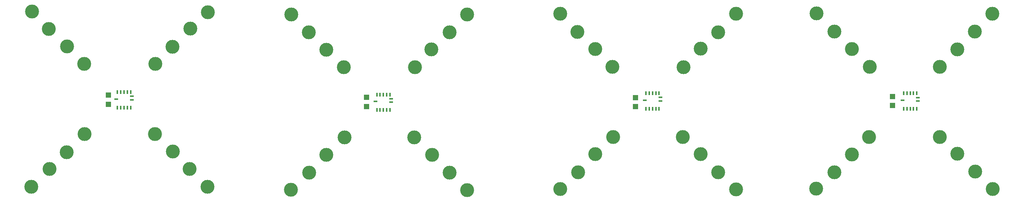
<source format=gbr>
G04 #@! TF.FileFunction,Paste,Bot*
%FSLAX46Y46*%
G04 Gerber Fmt 4.6, Leading zero omitted, Abs format (unit mm)*
G04 Created by KiCad (PCBNEW 4.0.6) date 05/08/17 07:22:45*
%MOMM*%
%LPD*%
G01*
G04 APERTURE LIST*
%ADD10C,0.100000*%
%ADD11R,1.200000X1.200000*%
%ADD12C,2.540000*%
%ADD13C,3.175000*%
%ADD14R,0.350000X0.805000*%
%ADD15R,0.805000X0.400000*%
G04 APERTURE END LIST*
D10*
D11*
X234985500Y-104039900D03*
X234985500Y-106139900D03*
X176540100Y-104293900D03*
X176540100Y-106393900D03*
X115395100Y-104222900D03*
X115395100Y-106322900D03*
X56769300Y-103720300D03*
X56769300Y-105820300D03*
D12*
X225707100Y-117285900D03*
D13*
X225707100Y-117285900D03*
D12*
X249703100Y-117110900D03*
D13*
X249703100Y-117110900D03*
D12*
X249700100Y-93294900D03*
D13*
X249700100Y-93294900D03*
D12*
X225779100Y-93237900D03*
D13*
X225779100Y-93237900D03*
D12*
X245730100Y-113257900D03*
D13*
X245730100Y-113257900D03*
D12*
X229670100Y-113285900D03*
D13*
X229670100Y-113285900D03*
D12*
X245697100Y-97322900D03*
D13*
X245697100Y-97322900D03*
D12*
X229771100Y-97283900D03*
D13*
X229771100Y-97283900D03*
D12*
X257755100Y-125137900D03*
D13*
X257755100Y-125137900D03*
D12*
X217629100Y-125047900D03*
D13*
X217629100Y-125047900D03*
D12*
X257669100Y-85165900D03*
D13*
X257669100Y-85165900D03*
D12*
X217680100Y-85114900D03*
D13*
X217680100Y-85114900D03*
D12*
X253761100Y-121206900D03*
D13*
X253761100Y-121206900D03*
D12*
X221799100Y-121302900D03*
D13*
X221799100Y-121302900D03*
D12*
X253667100Y-89292900D03*
D13*
X253667100Y-89292900D03*
D12*
X221779100Y-89231900D03*
D13*
X221779100Y-89231900D03*
D12*
X191385100Y-93155900D03*
D13*
X191385100Y-93155900D03*
D12*
X167376100Y-117190900D03*
D13*
X167376100Y-117190900D03*
D12*
X171471100Y-113312900D03*
D13*
X171471100Y-113312900D03*
D12*
X187502100Y-97344900D03*
D13*
X187502100Y-97344900D03*
D12*
X199393100Y-85154900D03*
D13*
X199393100Y-85154900D03*
D12*
X159426100Y-125149900D03*
D13*
X159426100Y-125149900D03*
D12*
X195380100Y-89398900D03*
D13*
X195380100Y-89398900D03*
D12*
X163489100Y-121348900D03*
D13*
X163489100Y-121348900D03*
D12*
X130325100Y-117333900D03*
D13*
X130325100Y-117333900D03*
D12*
X106321100Y-117338900D03*
D13*
X106321100Y-117338900D03*
D12*
X130194100Y-93289900D03*
D13*
X130194100Y-93289900D03*
D12*
X106259100Y-93409900D03*
D13*
X106259100Y-93409900D03*
D12*
X126306100Y-113411900D03*
D13*
X126306100Y-113411900D03*
D12*
X110398100Y-113399900D03*
D13*
X110398100Y-113399900D03*
D12*
X126394100Y-97417900D03*
D13*
X126394100Y-97417900D03*
D12*
X110263100Y-97419900D03*
D13*
X110263100Y-97419900D03*
D12*
X138327100Y-125426900D03*
D13*
X138327100Y-125426900D03*
D12*
X98266100Y-125325900D03*
D13*
X98266100Y-125325900D03*
D12*
X138258100Y-85326900D03*
D13*
X138258100Y-85326900D03*
D12*
X98363100Y-85358900D03*
D13*
X98363100Y-85358900D03*
D12*
X134288100Y-121406900D03*
D13*
X134288100Y-121406900D03*
D12*
X102400100Y-121407900D03*
D13*
X102400100Y-121407900D03*
D12*
X134339100Y-89424900D03*
D13*
X134339100Y-89424900D03*
D12*
X102272100Y-89399900D03*
D13*
X102272100Y-89399900D03*
D12*
X71401300Y-116571300D03*
D13*
X71401300Y-116571300D03*
D12*
X47261300Y-116752300D03*
D13*
X47261300Y-116752300D03*
D12*
X71290300Y-92702300D03*
D13*
X71290300Y-92702300D03*
D12*
X47340300Y-92642300D03*
D13*
X47340300Y-92642300D03*
D12*
X67356300Y-112598300D03*
D13*
X67356300Y-112598300D03*
D12*
X51364300Y-112586300D03*
D13*
X51364300Y-112586300D03*
D12*
X67405300Y-96581300D03*
D13*
X67405300Y-96581300D03*
D12*
X51258300Y-96607300D03*
D13*
X51258300Y-96607300D03*
D12*
X39364300Y-84694300D03*
D13*
X39364300Y-84694300D03*
D12*
X39245300Y-124607300D03*
D13*
X39245300Y-124607300D03*
D12*
X79242300Y-124668300D03*
D13*
X79242300Y-124668300D03*
D12*
X79359300Y-84818300D03*
D13*
X79359300Y-84818300D03*
D12*
X43241300Y-88630300D03*
D13*
X43241300Y-88630300D03*
D12*
X43386300Y-120553300D03*
D13*
X43386300Y-120553300D03*
D12*
X75205300Y-120580300D03*
D13*
X75205300Y-120580300D03*
D12*
X75370300Y-88548300D03*
D13*
X75370300Y-88548300D03*
D14*
X237498700Y-103342800D03*
X238248700Y-103342800D03*
X238998700Y-103342800D03*
X239748700Y-103342800D03*
X240498700Y-103342800D03*
D15*
X240771200Y-104315300D03*
D14*
X240498700Y-106887800D03*
X239748700Y-106887800D03*
X238998700Y-106887800D03*
X238248700Y-106887800D03*
X237498700Y-106887800D03*
D15*
X237226200Y-104940300D03*
X240771200Y-105115300D03*
D14*
X178926300Y-103292000D03*
X179676300Y-103292000D03*
X180426300Y-103292000D03*
X181176300Y-103292000D03*
X181926300Y-103292000D03*
D15*
X182198800Y-104264500D03*
D14*
X181926300Y-106837000D03*
X181176300Y-106837000D03*
X180426300Y-106837000D03*
X179676300Y-106837000D03*
X178926300Y-106837000D03*
D15*
X178653800Y-104889500D03*
X182198800Y-105064500D03*
D14*
X117755900Y-103602000D03*
X118505900Y-103602000D03*
X119255900Y-103602000D03*
X120005900Y-103602000D03*
X120755900Y-103602000D03*
D15*
X121028400Y-104574500D03*
D14*
X120755900Y-107147000D03*
X120005900Y-107147000D03*
X119255900Y-107147000D03*
X118505900Y-107147000D03*
X117755900Y-107147000D03*
D15*
X117483400Y-105199500D03*
X121028400Y-105374500D03*
D14*
X58799900Y-103023200D03*
X59549900Y-103023200D03*
X60299900Y-103023200D03*
X61049900Y-103023200D03*
X61799900Y-103023200D03*
D15*
X62072400Y-103995700D03*
D14*
X61799900Y-106568200D03*
X61049900Y-106568200D03*
X60299900Y-106568200D03*
X59549900Y-106568200D03*
X58799900Y-106568200D03*
D15*
X58527400Y-104620700D03*
X62072400Y-104795700D03*
D12*
X187325100Y-113335900D03*
D13*
X187325100Y-113335900D03*
D12*
X171340500Y-97318500D03*
D13*
X171340500Y-97318500D03*
D12*
X167453500Y-93243700D03*
D13*
X167453500Y-93243700D03*
D12*
X191409300Y-117206700D03*
D13*
X191409300Y-117206700D03*
D12*
X199416300Y-125216700D03*
D13*
X199416300Y-125216700D03*
D12*
X159447500Y-85198300D03*
D13*
X159447500Y-85198300D03*
D12*
X163367300Y-89364100D03*
D13*
X163367300Y-89364100D03*
D12*
X195379300Y-121331900D03*
D13*
X195379300Y-121331900D03*
M02*

</source>
